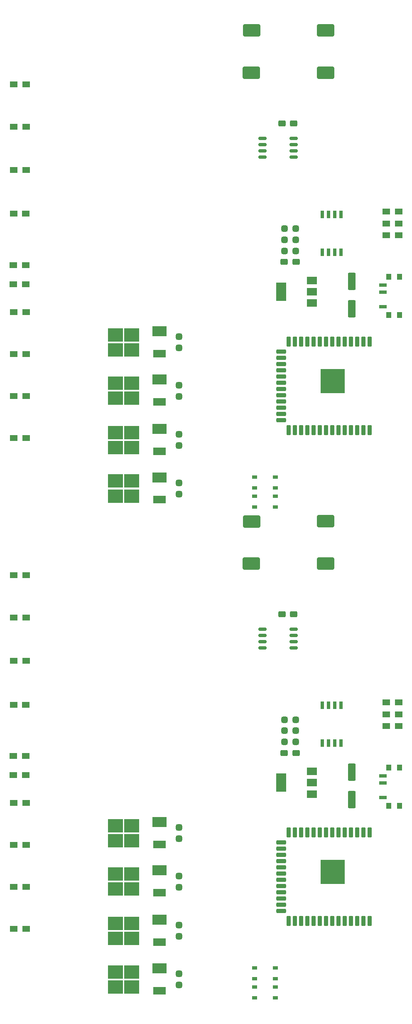
<source format=gbr>
%TF.GenerationSoftware,KiCad,Pcbnew,8.0.7*%
%TF.CreationDate,2025-01-08T09:33:51+09:00*%
%TF.ProjectId,CarInd-Main-V3.0,43617249-6e64-42d4-9d61-696e2d56332e,rev?*%
%TF.SameCoordinates,Original*%
%TF.FileFunction,Paste,Top*%
%TF.FilePolarity,Positive*%
%FSLAX46Y46*%
G04 Gerber Fmt 4.6, Leading zero omitted, Abs format (unit mm)*
G04 Created by KiCad (PCBNEW 8.0.7) date 2025-01-08 09:33:51*
%MOMM*%
%LPD*%
G01*
G04 APERTURE LIST*
G04 Aperture macros list*
%AMRoundRect*
0 Rectangle with rounded corners*
0 $1 Rounding radius*
0 $2 $3 $4 $5 $6 $7 $8 $9 X,Y pos of 4 corners*
0 Add a 4 corners polygon primitive as box body*
4,1,4,$2,$3,$4,$5,$6,$7,$8,$9,$2,$3,0*
0 Add four circle primitives for the rounded corners*
1,1,$1+$1,$2,$3*
1,1,$1+$1,$4,$5*
1,1,$1+$1,$6,$7*
1,1,$1+$1,$8,$9*
0 Add four rect primitives between the rounded corners*
20,1,$1+$1,$2,$3,$4,$5,0*
20,1,$1+$1,$4,$5,$6,$7,0*
20,1,$1+$1,$6,$7,$8,$9,0*
20,1,$1+$1,$8,$9,$2,$3,0*%
G04 Aperture macros list end*
%ADD10RoundRect,0.312500X0.437500X0.312500X-0.437500X0.312500X-0.437500X-0.312500X0.437500X-0.312500X0*%
%ADD11RoundRect,0.325000X0.325000X0.325000X-0.325000X0.325000X-0.325000X-0.325000X0.325000X-0.325000X0*%
%ADD12R,1.000000X1.200000*%
%ADD13R,1.600000X0.800000*%
%ADD14RoundRect,0.300000X-1.450000X-0.950000X1.450000X-0.950000X1.450000X0.950000X-1.450000X0.950000X0*%
%ADD15RoundRect,0.163800X-0.711200X-0.136200X0.711200X-0.136200X0.711200X0.136200X-0.711200X0.136200X0*%
%ADD16R,1.500000X1.250000*%
%ADD17RoundRect,0.250000X0.550000X-1.500000X0.550000X1.500000X-0.550000X1.500000X-0.550000X-1.500000X0*%
%ADD18R,3.000000X2.000000*%
%ADD19R,2.500000X1.500000*%
%ADD20R,3.050000X2.750000*%
%ADD21R,5.000000X5.000000*%
%ADD22RoundRect,0.225000X-0.225000X0.775000X-0.225000X-0.775000X0.225000X-0.775000X0.225000X0.775000X0*%
%ADD23RoundRect,0.225000X-0.775000X-0.225000X0.775000X-0.225000X0.775000X0.225000X-0.775000X0.225000X0*%
%ADD24RoundRect,0.325000X-0.325000X0.325000X-0.325000X-0.325000X0.325000X-0.325000X0.325000X0.325000X0*%
%ADD25R,1.100000X0.700000*%
%ADD26RoundRect,0.325000X-0.325000X-0.325000X0.325000X-0.325000X0.325000X0.325000X-0.325000X0.325000X0*%
%ADD27R,2.000000X3.800000*%
%ADD28R,2.000000X1.500000*%
%ADD29RoundRect,0.190000X0.190000X-0.610000X0.190000X0.610000X-0.190000X0.610000X-0.190000X-0.610000X0*%
G04 APERTURE END LIST*
D10*
%TO.C,C2*%
X183780000Y-195090000D03*
X186180000Y-195090000D03*
%TD*%
D11*
%TO.C,R2*%
X183830000Y-190590000D03*
X186130000Y-190590000D03*
%TD*%
D12*
%TO.C,SW4*%
X205130000Y-205870000D03*
X207330000Y-205870000D03*
X205130000Y-198070000D03*
X207330000Y-198070000D03*
D13*
X203930000Y-199770000D03*
X203930000Y-201220000D03*
X203930000Y-204220000D03*
%TD*%
D14*
%TO.C,MO3*%
X192240000Y-156505000D03*
X192240000Y-147915000D03*
X177110000Y-156505000D03*
X177140000Y-147935000D03*
%TD*%
D15*
%TO.C,U4*%
X185707500Y-169880000D03*
X185707500Y-171150000D03*
X185707500Y-172420000D03*
X185707500Y-173690000D03*
X179357500Y-173690000D03*
X179357500Y-172420000D03*
X179357500Y-171150000D03*
X179357500Y-169880000D03*
%TD*%
D16*
%TO.C,D6*%
X207105000Y-184840000D03*
X204605000Y-184840000D03*
%TD*%
%TO.C,D8*%
X131150000Y-213880000D03*
X128650000Y-213880000D03*
%TD*%
D17*
%TO.C,C1*%
X197550000Y-199025000D03*
X197550000Y-204625000D03*
%TD*%
D18*
%TO.C,Q10*%
X158357000Y-229085000D03*
D19*
X158357000Y-233651000D03*
D20*
X149375000Y-229840000D03*
X149375000Y-232890000D03*
X152725000Y-229840000D03*
X152725000Y-232890000D03*
%TD*%
D21*
%TO.C,U2*%
X193700000Y-219325000D03*
D22*
X201205000Y-229315000D03*
X199935000Y-229315000D03*
X198665000Y-229315000D03*
X197395000Y-229315000D03*
X196125000Y-229315000D03*
X194855000Y-229315000D03*
X193585000Y-229315000D03*
X192315000Y-229315000D03*
X191045000Y-229315000D03*
X189775000Y-229315000D03*
X188505000Y-229315000D03*
X187235000Y-229315000D03*
X185965000Y-229315000D03*
X184695000Y-229315000D03*
D23*
X183185000Y-227305000D03*
X183185000Y-226035000D03*
X183185000Y-224770000D03*
X183185000Y-223495000D03*
X183185000Y-222225000D03*
X183185000Y-220955000D03*
X183185000Y-219685000D03*
X183185000Y-218425000D03*
X183185000Y-217155000D03*
X183185000Y-215885000D03*
X183185000Y-214610000D03*
X183185000Y-213335000D03*
D22*
X184705000Y-211325000D03*
X185975000Y-211325000D03*
X187245000Y-211325000D03*
X188515000Y-211325000D03*
X189785000Y-211325000D03*
X191055000Y-211325000D03*
X192325000Y-211325000D03*
X193595000Y-211325000D03*
X194865000Y-211325000D03*
X196135000Y-211325000D03*
X197405000Y-211325000D03*
X198675000Y-211325000D03*
X199945000Y-211325000D03*
X201215000Y-211325000D03*
%TD*%
D11*
%TO.C,R3*%
X183830000Y-192840000D03*
X186130000Y-192840000D03*
%TD*%
D24*
%TO.C,R21*%
X162350000Y-242385000D03*
X162350000Y-240085000D03*
%TD*%
D16*
%TO.C,D17*%
X131155000Y-167520000D03*
X128655000Y-167520000D03*
%TD*%
%TO.C,D2*%
X131150000Y-205330000D03*
X128650000Y-205330000D03*
%TD*%
D24*
%TO.C,R14*%
X162350000Y-222460000D03*
X162350000Y-220160000D03*
%TD*%
D16*
%TO.C,D20*%
X131155000Y-176315000D03*
X128655000Y-176315000D03*
%TD*%
%TO.C,D1*%
X207105000Y-187265000D03*
X204605000Y-187265000D03*
%TD*%
D25*
%TO.C,SW5*%
X181980000Y-242815000D03*
X177780000Y-242815000D03*
X181980000Y-245015000D03*
X177780000Y-245015000D03*
%TD*%
D24*
%TO.C,R5*%
X162350000Y-212585000D03*
X162350000Y-210285000D03*
%TD*%
D16*
%TO.C,D10*%
X131150000Y-222390000D03*
X128650000Y-222390000D03*
%TD*%
%TO.C,D21*%
X131130000Y-185270000D03*
X128630000Y-185270000D03*
%TD*%
D18*
%TO.C,Q12*%
X158357000Y-238960000D03*
D19*
X158357000Y-243526000D03*
D20*
X149375000Y-239715000D03*
X149375000Y-242765000D03*
X152725000Y-239715000D03*
X152725000Y-242765000D03*
%TD*%
D16*
%TO.C,D9*%
X131105000Y-195740000D03*
X128605000Y-195740000D03*
%TD*%
D18*
%TO.C,Q1*%
X158357000Y-209160000D03*
D19*
X158357000Y-213726000D03*
D20*
X149375000Y-209915000D03*
X149375000Y-212965000D03*
X152725000Y-209915000D03*
X152725000Y-212965000D03*
%TD*%
D10*
%TO.C,C3*%
X183307500Y-166880000D03*
X185707500Y-166880000D03*
%TD*%
D26*
%TO.C,R4*%
X186130000Y-188315000D03*
X183830000Y-188315000D03*
%TD*%
D25*
%TO.C,SW2*%
X181980000Y-238890000D03*
X177780000Y-238890000D03*
X181980000Y-241090000D03*
X177780000Y-241090000D03*
%TD*%
D27*
%TO.C,U1*%
X183180000Y-201175000D03*
D28*
X189480000Y-198875000D03*
X189480000Y-201175000D03*
X189480000Y-203475000D03*
%TD*%
D18*
%TO.C,Q6*%
X158357000Y-219035000D03*
D19*
X158357000Y-223601000D03*
D20*
X149375000Y-219790000D03*
X149375000Y-222840000D03*
X152725000Y-219790000D03*
X152725000Y-222840000D03*
%TD*%
D24*
%TO.C,R20*%
X162350000Y-232510000D03*
X162350000Y-230210000D03*
%TD*%
D16*
%TO.C,D4*%
X131105000Y-199650000D03*
X128605000Y-199650000D03*
%TD*%
D29*
%TO.C,SW1*%
X191585000Y-185425000D03*
X192855000Y-185425000D03*
X194125000Y-185425000D03*
X195395000Y-185425000D03*
X195395000Y-193125000D03*
X194125000Y-193125000D03*
X192855000Y-193125000D03*
X191585000Y-193125000D03*
%TD*%
D16*
%TO.C,D11*%
X131150000Y-230930000D03*
X128650000Y-230930000D03*
%TD*%
%TO.C,D7*%
X207105000Y-189640000D03*
X204605000Y-189640000D03*
%TD*%
%TO.C,D22*%
X131155000Y-158900000D03*
X128655000Y-158900000D03*
%TD*%
%TO.C,D22*%
X131155000Y-58900000D03*
X128655000Y-58900000D03*
%TD*%
D11*
%TO.C,R2*%
X183830000Y-90590000D03*
X186130000Y-90590000D03*
%TD*%
D10*
%TO.C,C2*%
X183780000Y-95090000D03*
X186180000Y-95090000D03*
%TD*%
D16*
%TO.C,D4*%
X131105000Y-99650000D03*
X128605000Y-99650000D03*
%TD*%
D25*
%TO.C,SW2*%
X181980000Y-138890000D03*
X177780000Y-138890000D03*
X181980000Y-141090000D03*
X177780000Y-141090000D03*
%TD*%
D16*
%TO.C,D11*%
X131150000Y-130930000D03*
X128650000Y-130930000D03*
%TD*%
%TO.C,D7*%
X207105000Y-89640000D03*
X204605000Y-89640000D03*
%TD*%
D26*
%TO.C,R4*%
X186130000Y-88315000D03*
X183830000Y-88315000D03*
%TD*%
D29*
%TO.C,SW1*%
X191585000Y-85425000D03*
X192855000Y-85425000D03*
X194125000Y-85425000D03*
X195395000Y-85425000D03*
X195395000Y-93125000D03*
X194125000Y-93125000D03*
X192855000Y-93125000D03*
X191585000Y-93125000D03*
%TD*%
D24*
%TO.C,R20*%
X162350000Y-132510000D03*
X162350000Y-130210000D03*
%TD*%
D18*
%TO.C,Q6*%
X158357000Y-119035000D03*
D19*
X158357000Y-123601000D03*
D20*
X149375000Y-119790000D03*
X149375000Y-122840000D03*
X152725000Y-119790000D03*
X152725000Y-122840000D03*
%TD*%
D27*
%TO.C,U1*%
X183180000Y-101175000D03*
D28*
X189480000Y-98875000D03*
X189480000Y-101175000D03*
X189480000Y-103475000D03*
%TD*%
D25*
%TO.C,SW5*%
X181980000Y-142815000D03*
X177780000Y-142815000D03*
X181980000Y-145015000D03*
X177780000Y-145015000D03*
%TD*%
D24*
%TO.C,R5*%
X162350000Y-112585000D03*
X162350000Y-110285000D03*
%TD*%
D18*
%TO.C,Q12*%
X158357000Y-138960000D03*
D19*
X158357000Y-143526000D03*
D20*
X149375000Y-139715000D03*
X149375000Y-142765000D03*
X152725000Y-139715000D03*
X152725000Y-142765000D03*
%TD*%
D16*
%TO.C,D9*%
X131105000Y-95740000D03*
X128605000Y-95740000D03*
%TD*%
%TO.C,D1*%
X207105000Y-87265000D03*
X204605000Y-87265000D03*
%TD*%
%TO.C,D21*%
X131130000Y-85270000D03*
X128630000Y-85270000D03*
%TD*%
%TO.C,D10*%
X131150000Y-122390000D03*
X128650000Y-122390000D03*
%TD*%
D10*
%TO.C,C3*%
X183307500Y-66880000D03*
X185707500Y-66880000D03*
%TD*%
D18*
%TO.C,Q1*%
X158357000Y-109160000D03*
D19*
X158357000Y-113726000D03*
D20*
X149375000Y-109915000D03*
X149375000Y-112965000D03*
X152725000Y-109915000D03*
X152725000Y-112965000D03*
%TD*%
D24*
%TO.C,R21*%
X162350000Y-142385000D03*
X162350000Y-140085000D03*
%TD*%
D16*
%TO.C,D8*%
X131150000Y-113880000D03*
X128650000Y-113880000D03*
%TD*%
D18*
%TO.C,Q10*%
X158357000Y-129085000D03*
D19*
X158357000Y-133651000D03*
D20*
X149375000Y-129840000D03*
X149375000Y-132890000D03*
X152725000Y-129840000D03*
X152725000Y-132890000D03*
%TD*%
D11*
%TO.C,R3*%
X183830000Y-92840000D03*
X186130000Y-92840000D03*
%TD*%
D14*
%TO.C,MO3*%
X192240000Y-56505000D03*
X192240000Y-47915000D03*
X177110000Y-56505000D03*
X177140000Y-47935000D03*
%TD*%
D21*
%TO.C,U2*%
X193700000Y-119325000D03*
D22*
X201205000Y-129315000D03*
X199935000Y-129315000D03*
X198665000Y-129315000D03*
X197395000Y-129315000D03*
X196125000Y-129315000D03*
X194855000Y-129315000D03*
X193585000Y-129315000D03*
X192315000Y-129315000D03*
X191045000Y-129315000D03*
X189775000Y-129315000D03*
X188505000Y-129315000D03*
X187235000Y-129315000D03*
X185965000Y-129315000D03*
X184695000Y-129315000D03*
D23*
X183185000Y-127305000D03*
X183185000Y-126035000D03*
X183185000Y-124770000D03*
X183185000Y-123495000D03*
X183185000Y-122225000D03*
X183185000Y-120955000D03*
X183185000Y-119685000D03*
X183185000Y-118425000D03*
X183185000Y-117155000D03*
X183185000Y-115885000D03*
X183185000Y-114610000D03*
X183185000Y-113335000D03*
D22*
X184705000Y-111325000D03*
X185975000Y-111325000D03*
X187245000Y-111325000D03*
X188515000Y-111325000D03*
X189785000Y-111325000D03*
X191055000Y-111325000D03*
X192325000Y-111325000D03*
X193595000Y-111325000D03*
X194865000Y-111325000D03*
X196135000Y-111325000D03*
X197405000Y-111325000D03*
X198675000Y-111325000D03*
X199945000Y-111325000D03*
X201215000Y-111325000D03*
%TD*%
D12*
%TO.C,SW4*%
X205130000Y-105870000D03*
X207330000Y-105870000D03*
X205130000Y-98070000D03*
X207330000Y-98070000D03*
D13*
X203930000Y-99770000D03*
X203930000Y-101220000D03*
X203930000Y-104220000D03*
%TD*%
D16*
%TO.C,D2*%
X131150000Y-105330000D03*
X128650000Y-105330000D03*
%TD*%
D24*
%TO.C,R14*%
X162350000Y-122460000D03*
X162350000Y-120160000D03*
%TD*%
D17*
%TO.C,C1*%
X197550000Y-99025000D03*
X197550000Y-104625000D03*
%TD*%
D15*
%TO.C,U4*%
X185707500Y-69880000D03*
X185707500Y-71150000D03*
X185707500Y-72420000D03*
X185707500Y-73690000D03*
X179357500Y-73690000D03*
X179357500Y-72420000D03*
X179357500Y-71150000D03*
X179357500Y-69880000D03*
%TD*%
D16*
%TO.C,D6*%
X207105000Y-84840000D03*
X204605000Y-84840000D03*
%TD*%
%TO.C,D20*%
X131155000Y-76315000D03*
X128655000Y-76315000D03*
%TD*%
%TO.C,D17*%
X131155000Y-67520000D03*
X128655000Y-67520000D03*
%TD*%
M02*

</source>
